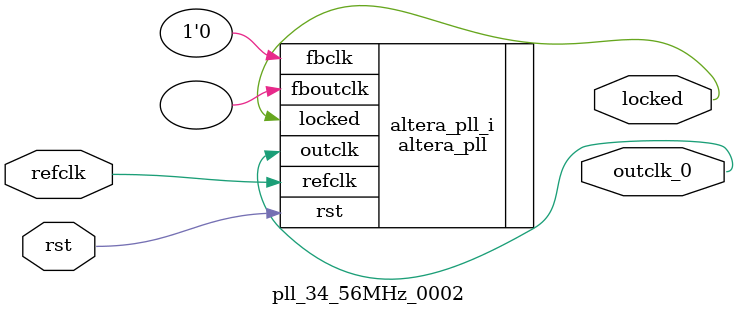
<source format=v>
`timescale 1ns/10ps
module  pll_34_56MHz_0002(

	// interface 'refclk'
	input wire refclk,

	// interface 'reset'
	input wire rst,

	// interface 'outclk0'
	output wire outclk_0,

	// interface 'locked'
	output wire locked
);

	altera_pll #(
		.fractional_vco_multiplier("true"),
		.reference_clock_frequency("50.0 MHz"),
		.operation_mode("direct"),
		.number_of_clocks(1),
		.output_clock_frequency0("34.560000 MHz"),
		.phase_shift0("0 ps"),
		.duty_cycle0(50),
		.output_clock_frequency1("0 MHz"),
		.phase_shift1("0 ps"),
		.duty_cycle1(50),
		.output_clock_frequency2("0 MHz"),
		.phase_shift2("0 ps"),
		.duty_cycle2(50),
		.output_clock_frequency3("0 MHz"),
		.phase_shift3("0 ps"),
		.duty_cycle3(50),
		.output_clock_frequency4("0 MHz"),
		.phase_shift4("0 ps"),
		.duty_cycle4(50),
		.output_clock_frequency5("0 MHz"),
		.phase_shift5("0 ps"),
		.duty_cycle5(50),
		.output_clock_frequency6("0 MHz"),
		.phase_shift6("0 ps"),
		.duty_cycle6(50),
		.output_clock_frequency7("0 MHz"),
		.phase_shift7("0 ps"),
		.duty_cycle7(50),
		.output_clock_frequency8("0 MHz"),
		.phase_shift8("0 ps"),
		.duty_cycle8(50),
		.output_clock_frequency9("0 MHz"),
		.phase_shift9("0 ps"),
		.duty_cycle9(50),
		.output_clock_frequency10("0 MHz"),
		.phase_shift10("0 ps"),
		.duty_cycle10(50),
		.output_clock_frequency11("0 MHz"),
		.phase_shift11("0 ps"),
		.duty_cycle11(50),
		.output_clock_frequency12("0 MHz"),
		.phase_shift12("0 ps"),
		.duty_cycle12(50),
		.output_clock_frequency13("0 MHz"),
		.phase_shift13("0 ps"),
		.duty_cycle13(50),
		.output_clock_frequency14("0 MHz"),
		.phase_shift14("0 ps"),
		.duty_cycle14(50),
		.output_clock_frequency15("0 MHz"),
		.phase_shift15("0 ps"),
		.duty_cycle15(50),
		.output_clock_frequency16("0 MHz"),
		.phase_shift16("0 ps"),
		.duty_cycle16(50),
		.output_clock_frequency17("0 MHz"),
		.phase_shift17("0 ps"),
		.duty_cycle17(50),
		.pll_type("General"),
		.pll_subtype("General")
	) altera_pll_i (
		.rst	(rst),
		.outclk	({outclk_0}),
		.locked	(locked),
		.fboutclk	( ),
		.fbclk	(1'b0),
		.refclk	(refclk)
	);
endmodule


</source>
